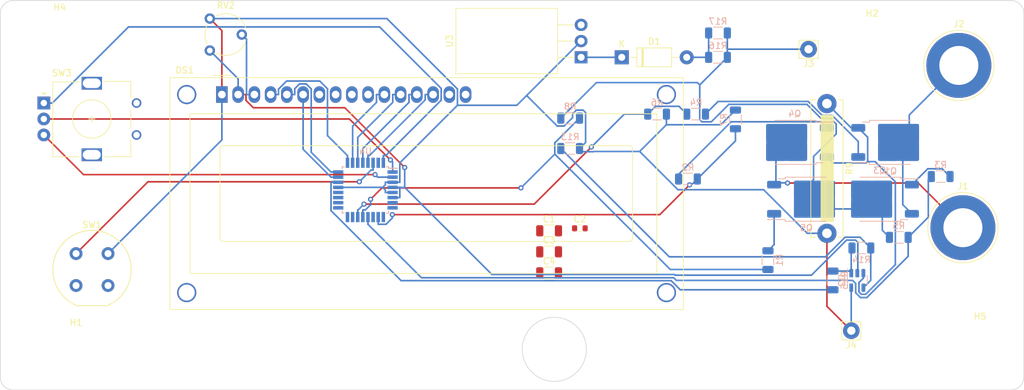
<source format=kicad_pcb>
(kicad_pcb (version 20221018) (generator pcbnew)
  (layers (0 "F.Cu" signal) (31 "B.Cu" signal) (34 "B.Paste" user) (35 "F.Paste" user) (36 "B.SilkS" user "B.Silkscreen") (37 "F.SilkS" user "F.Silkscreen") (38 "B.Mask" user) (39 "F.Mask" user) (44 "Edge.Cuts" user))
  (net 0 "")
  (net 1 "Net-(D1-K)")
  (net 2 "Net-(D1-A)")
  (net 3 "GND")
  (net 4 "VCC")
  (net 5 "Net-(DS1-VO)")
  (net 12 "Net-(Q1-G)")
  (net 13 "Net-(Q1-S)")
  (net 14 "Net-(Q3-G)")
  (net 15 "VDD")
  (net 16 "Net-(R14-Pad1)")
  (net 17 "Net-(U2--)")
  (net 18 "Net-(U3-VO)")
  (net 21 "Net-(U4-PD6)")
  (net 22 "Net-(U4-PB1)")
  (net 25 "Ismooth")
  (net 26 "/LCD.RS")
  (net 27 "/LCD.R{slash}~{W}")
  (net 28 "/LCD.E")
  (net 29 "/LCD.D4")
  (net 30 "/LCD.D5")
  (net 31 "/LCD.D6")
  (net 32 "/LCD.D7")
  (net 33 "Net-(J1-Pin_1)")
  (net 34 "Net-(J2-Pin_1)")
  (net 35 "Net-(U4-PB0)")
  (net 36 "Net-(U4-PB2)")
  (net 37 "Net-(U4-PD0)")
  (net 38 "Net-(U4-PD3)")
  (net 39 "Net-(U4-PD4)")
  (net 40 "Net-(U4-PD5)")
  (net 41 "Net-(U4-PD7)")
  (net 42 "Net-(U4-PD2)")
  (net 43 "Net-(Q5-G)")
  (net 44 "Net-(Q4-G)")
  (net 45 "Net-(J5-MISO)")
  (net 46 "Net-(J5-MOSI)")
  (net 47 "Net-(J5-SCK)")
  (footprint "Display:WC1602A" (layer "F.Cu") (at 102.8905 84.9593)
    (fp_text reference "DS1")
    (fp_text value "WC1602A")
  )
  (footprint "Resistor_SMD:R_0603_1608Metric" (layer "F.Cu") (at 158.86 105.9)
    (fp_text reference "C2")
    (fp_text value "C")
  )
  (footprint "MountingHole:MountingHole_3.2mm_M3" (layer "F.Cu") (at 204.54 76.46)
    (fp_text reference "H2")
    (fp_text value "MountingHole")
  )
  (footprint "Resistor_SMD:R_1206_3216Metric" (layer "F.Cu") (at 154.05 112.87)
    (fp_text reference "C4")
    (fp_text value "10u")
  )
  (footprint "Connector_Pin:Pin_D1.3mm_L11.3mm_W2.8mm_Flat" (layer "F.Cu") (at 194.615 77.86)
    (fp_text reference "J3")
    (fp_text value "Screw_Terminal_01x01")
  )
  (footprint "Diode_THT:D_DO-41_SOD81_P10.16mm_Horizontal" (layer "F.Cu") (at 165.405 79.13)
    (fp_text reference "D1")
    (fp_text value "1N4007")
  )
  (footprint "MountingHole:MountingHole_3.2mm_M3" (layer "F.Cu") (at 221.44 123.89)
    (fp_text reference "H5")
    (fp_text value "MountingHole")
  )
  (footprint "Potentiometer_THT:Potentiometer_Piher_PT-6-V_Vertical" (layer "F.Cu") (at 101.005 78.065)
    (fp_text reference "RV2")
    (fp_text value "R_Potentiometer")
  )
  (footprint "Resistor_SMD:R_1206_3216Metric" (layer "F.Cu") (at 154.05 106.29)
    (fp_text reference "C1")
    (fp_text value "10u")
  )
  (footprint "MountingHole:MountingHole_3.2mm_M3" (layer "F.Cu") (at 77.52 75.5)
    (fp_text reference "H4")
    (fp_text value "MountingHole")
  )
  (footprint "Connector_Pin:Pin_D1.3mm_L11.3mm_W2.8mm_Flat" (layer "F.Cu") (at 201.295 121.92)
    (fp_text reference "J4")
    (fp_text value "Screw_Terminal_01x01")
  )
  (footprint "Button_Switch_THT:Push_E-Switch_KS01Q01" (layer "F.Cu") (at 80.09 109.855)
    (fp_text reference "SW1")
    (fp_text value "SW_Push")
  )
  (footprint "Resistor_THT:R_Bare_Metal_Element_L21.3mm_W4.8mm_P20.30mm" (layer "F.Cu") (at 197.485 86.38 -90)
    (fp_text reference "R9")
    (fp_text value " 0.01 5W")
  )
  (footprint "Package_TO_SOT_THT:TO-220-3_Horizontal_TabDown" (layer "F.Cu") (at 159.055 79.13 90)
    (fp_text reference "U3")
    (fp_text value "LM7805_TO220")
  )
  (footprint "pulsegem:Banana_Jack_1Pin" (layer "F.Cu") (at 218.11 80.4)
    (fp_text reference "J2")
    (fp_text value "Screw_Terminal_01x01")
  )
  (footprint "Resistor_SMD:R_1206_3216Metric" (layer "F.Cu") (at 154.05 109.58)
    (fp_text reference "C3")
    (fp_text value "10u")
  )
  (footprint "MountingHole:MountingHole_3.2mm_M3" (layer "F.Cu") (at 80.09 124.86)
    (fp_text reference "H1")
    (fp_text value "MountingHole")
  )
  (footprint "Rotary_Encoder:RotaryEncoder_Alps_EC11E_Vertical_H20mm" (layer "F.Cu") (at 75.05 86.285)
    (fp_text reference "SW3")
    (fp_text value "RotaryEncoder_Switch")
  )
  (footprint "pulsegem:Banana_Jack_1Pin" (layer "F.Cu") (at 218.745 105.8)
    (fp_text reference "J1")
    (fp_text value "Screw_Terminal_01x01")
  )
  (footprint "Package_TO_SOT_SMD:TO-252-2" (layer "B.Cu") (at 194.27 101.34)
    (fp_text reference "Q5")
    (fp_text value "QM6015D")
  )
  (footprint "Resistor_SMD:R_1206_3216Metric" (layer "B.Cu") (at 170.9275 88.02 180)
    (fp_text reference "R6")
    (fp_text value "10k")
  )
  (footprint "Package_TO_SOT_SMD:TO-252-2" (layer "B.Cu") (at 207.425 92.45)
    (fp_text reference "Q1")
    (fp_text value "QM6006D")
  )
  (footprint "Resistor_SMD:R_1206_3216Metric" (layer "B.Cu") (at 202.87 108.975)
    (fp_text reference "R14")
    (fp_text value "100k")
  )
  (footprint "Resistor_SMD:R_1206_3216Metric" (layer "B.Cu") (at 180.4525 75.32 180)
    (fp_text reference "R17")
    (fp_text value "R")
  )
  (footprint "Resistor_SMD:R_1206_3216Metric" (layer "B.Cu") (at 188.265 110.88 90)
    (fp_text reference "R1")
    (fp_text value "22")
  )
  (footprint "Resistor_SMD:R_1206_3216Metric" (layer "B.Cu") (at 177.0275 88.02 180)
    (fp_text reference "R4")
    (fp_text value "22")
  )
  (footprint "Resistor_SMD:R_1206_3216Metric" (layer "B.Cu") (at 183.185 88.8475 -90)
    (fp_text reference "R7")
    (fp_text value "10k")
  )
  (footprint "Resistor_SMD:R_1206_3216Metric" (layer "B.Cu") (at 180.4525 79.13 180)
    (fp_text reference "R16")
    (fp_text value "R")
  )
  (footprint "Resistor_SMD:R_1206_3216Metric" (layer "B.Cu") (at 157.3425 88.655 180)
    (fp_text reference "R8")
    (fp_text value "10k")
  )
  (footprint "Resistor_SMD:R_1206_3216Metric" (layer "B.Cu") (at 175.7575 98.18 180)
    (fp_text reference "R2")
    (fp_text value "22")
  )
  (footprint "Resistor_SMD:R_1206_3216Metric" (layer "B.Cu") (at 157.3425 93.405 180)
    (fp_text reference "R13")
    (fp_text value "1k")
  )
  (footprint "Resistor_SMD:R_1206_3216Metric" (layer "B.Cu") (at 208.7225 107.315 180)
    (fp_text reference "R5")
    (fp_text value "10k")
  )
  (footprint "Package_QFP:TQFP-32_7x7mm_P0.8mm" (layer "B.Cu") (at 125.33 99.89 180)
    (fp_text reference "U4")
    (fp_text value "ATmega328-A")
  )
  (footprint "Resistor_SMD:R_1206_3216Metric" (layer "B.Cu") (at 198.425 114.055 90)
    (fp_text reference "R15")
    (fp_text value "1k")
  )
  (footprint "Resistor_SMD:R_1206_3216Metric" (layer "B.Cu") (at 215.265 97.79 180)
    (fp_text reference "R3")
    (fp_text value "22")
  )
  (footprint "Package_TO_SOT_SMD:SOT-23-5" (layer "B.Cu") (at 202.235 114.055 -90)
    (fp_text reference "U2")
    (fp_text value "MCP6001R")
  )
  (footprint "Package_TO_SOT_SMD:TO-252-2" (layer "B.Cu") (at 192.445 92.45 180)
    (fp_text reference "Q4")
    (fp_text value "QM6006D")
  )
  (footprint "Package_TO_SOT_SMD:TO-252-2" (layer "B.Cu") (at 205.73 101.34 180)
    (fp_text reference "Q3")
    (fp_text value "QM6015D")
  )
  (gr_line (start 226.27 131.2) (end 70.25 131.2) (stroke (width 0.1)) (layer "Edge.Cuts"))
  (gr_circle (center 154.864 124.85) (end 159.182 122.31) (stroke (width 0.1)) (fill none) (layer "Edge.Cuts"))
  (gr_arc (start 226.27 70.24) (mid 227.684214 70.825786) (end 228.27 72.24) (stroke (width 0.1)) (layer "Edge.Cuts"))
  (gr_arc (start 228.27 129.2) (mid 227.684214 130.614214) (end 226.27 131.2) (stroke (width 0.1)) (layer "Edge.Cuts"))
  (gr_arc (start 68.25 72.24) (mid 68.835786 70.825786) (end 70.25 70.24) (stroke (width 0.1)) (layer "Edge.Cuts"))
  (gr_line (start 70.25 70.24) (end 226.27 70.24) (stroke (width 0.1)) (layer "Edge.Cuts"))
  (gr_line (start 68.25 129.2) (end 68.25 72.24) (stroke (width 0.1)) (layer "Edge.Cuts"))
  (gr_line (start 228.27 72.24) (end 228.27 129.2) (stroke (width 0.1)) (layer "Edge.Cuts"))
  (gr_arc (start 70.25 131.2) (mid 68.835786 130.614214) (end 68.25 129.2) (stroke (width 0.1)) (layer "Edge.Cuts"))
  (segment (start 159.055 79.13) (end 165.405 79.13) (width 0.25) (layer "B.Cu") (net 1))
  (segment (start 178.99 79.13) (end 178.99 75.32) (width 0.25) (layer "B.Cu") (net 2))
  (segment (start 175.565 79.13) (end 176.9919 79.13) (width 0.25) (layer "B.Cu") (net 2))
  (segment (start 178.99 79.13) (end 176.9919 79.13) (width 0.25) (layer "B.Cu") (net 2))
  (segment (start 102.8905 74.9505) (end 101.005 73.065) (width 0.25) (layer "F.Cu") (net 3))
  (segment (start 201.295 121.92) (end 197.485 118.11) (width 0.25) (layer "F.Cu") (net 3))
  (segment (start 102.8905 84.9593) (end 102.8905 74.9505) (width 0.25) (layer "F.Cu") (net 3))
  (segment (start 197.485 118.11) (end 197.485 106.68) (width 0.25) (layer "F.Cu") (net 3))
  (segment (start 128.0318 99.4886) (end 122.2083 99.4886) (width 0.25) (layer "B.Cu") (net 3))
  (segment (start 174.1911 99.8533) (end 168.2051 93.8672) (width 0.25) (layer "B.Cu") (net 3))
  (segment (start 160.9552 93.9044) (end 159.3044 93.9044) (width 0.25) (layer "B.Cu") (net 3))
  (segment (start 128.0318 99.4886) (end 128.4531 99.9099) (width 0.25) (layer "B.Cu") (net 3))
  (segment (start 129.0166 98.69) (end 129.58 98.69) (width 0.25) (layer "B.Cu") (net 3))
  (segment (start 157.7183 87.9871) (end 158.3088 87.3966) (width 0.25) (layer "B.Cu") (net 3))
  (segment (start 159.754 87.7771) (end 159.754 92.456) (width 0.25) (layer "B.Cu") (net 3))
  (segment (start 168.205 93.8672) (end 160.9924 93.8672) (width 0.25) (layer "B.Cu") (net 3))
  (segment (start 160.9924 93.8672) (end 160.9552 93.9044) (width 0.25) (layer "B.Cu") (net 3))
  (segment (start 128.4531 99.9099) (end 128.4531 100.29) (width 0.25) (layer "B.Cu") (net 3))
  (segment (start 150.5379 85.1071) (end 159.055 76.59) (width 0.25) (layer "B.Cu") (net 3))
  (segment (start 129.58 100.29) (end 128.4531 100.29) (width 0.25) (layer "B.Cu") (net 3))
  (segment (start 159.3044 93.9044) (end 158.805 93.405) (width 0.25) (layer "B.Cu") (net 3))
  (segment (start 172.39 89.6823) (end 180.8877 89.6823) (width 0.25) (layer "B.Cu") (net 3))
  (segment (start 155.3154 89.8846) (end 156.405 89.8846) (width 0.25) (layer "B.Cu") (net 3))
  (segment (start 180.8877 89.6823) (end 183.185 87.385) (width 0.25) (layer "B.Cu") (net 3))
  (segment (start 85.09 109.855) (end 102.8905 92.0545) (width 0.25) (layer "B.Cu") (net 3))
  (segment (start 150.5379 85.1071) (end 155.3154 89.8846) (width 0.25) (layer "B.Cu") (net 3))
  (segment (start 194.4105 106.68) (end 187.5838 99.8533) (width 0.25) (layer "B.Cu") (net 3))
  (segment (start 128.4531 99.0673) (end 128.0318 99.4886) (width 0.25) (layer "B.Cu") (net 3))
  (segment (start 156.405 89.8846) (end 157.7183 88.5713) (width 0.25) (layer "B.Cu") (net 3))
  (segment (start 157.7183 88.5713) (end 157.7183 87.9871) (width 0.25) (layer "B.Cu") (net 3))
  (segment (start 101.005 73.065) (end 128.6921 73.065) (width 0.25) (layer "B.Cu") (net 3))
  (segment (start 149.0057 86.6393) (end 150.5379 85.1071) (width 0.25) (layer "B.Cu") (net 3))
  (segment (start 139.7205 84.0934) (end 139.7205 86.6393) (width 0.25) (layer "B.Cu") (net 3))
  (segment (start 102.8905 92.0545) (end 102.8905 84.9593) (width 0.25) (layer "B.Cu") (net 3))
  (segment (start 168.2051 93.8672) (end 168.205 93.8672) (width 0.25) (layer "B.Cu") (net 3))
  (segment (start 128.6921 73.065) (end 139.7205 84.0934) (width 0.25) (layer "B.Cu") (net 3))
  (segment (start 168.2051 93.8672) (end 172.39 89.6823) (width 0.25) (layer "B.Cu") (net 3))
  (segment (start 159.754 92.456) (end 158.805 93.405) (width 0.25) (layer "B.Cu") (net 3))
  (segment (start 121.08 99.49) (end 122.2069 99.49) (width 0.25) (layer "B.Cu") (net 3))
  (segment (start 197.485 106.68) (end 194.4105 106.68) (width 0.25) (layer "B.Cu") (net 3))
  (segment (start 122.2083 99.4886) (end 122.2069 99.49) (width 0.25) (layer "B.Cu") (net 3))
  (segment (start 139.7205 86.6393) (end 149.0057 86.6393) (width 0.25) (layer "B.Cu") (net 3))
  (segment (start 201.285 115.1925) (end 201.285 121.91) (width 0.25) (layer "B.Cu") (net 3))
  (segment (start 159.3735 87.3966) (end 159.754 87.7771) (width 0.25) (layer "B.Cu") (net 3))
  (segment (start 172.39 89.6823) (end 172.39 88.02) (width 0.25) (layer "B.Cu") (net 3))
  (segment (start 158.3088 87.3966) (end 159.3735 87.3966) (width 0.25) (layer "B.Cu") (net 3))
  (segment (start 130.7069 95.6529) (end 130.7069 98.69) (width 0.25) (layer "B.Cu") (net 3))
  (segment (start 129.58 98.69) (end 130.7069 98.69) (width 0.25) (layer "B.Cu") (net 3))
  (segment (start 128.4531 98.69) (end 128.4531 99.0673) (width 0.25) (layer "B.Cu") (net 3))
  (segment (start 139.7205 86.6393) (end 130.7069 95.6529) (width 0.25) (layer "B.Cu") (net 3))
  (segment (start 201.285 121.91) (end 201.295 121.92) (width 0.25) (layer "B.Cu") (net 3))
  (segment (start 129.0166 98.69) (end 128.4531 98.69) (width 0.25) (layer "B.Cu") (net 3))
  (segment (start 187.5838 99.8533) (end 174.1911 99.8533) (width 0.25) (layer "B.Cu") (net 3))
  (segment (start 105.4305 84.9593) (end 106.6574 84.9593) (width 0.25) (layer "F.Cu") (net 4))
  (segment (start 131.4709 96.3837) (end 122.1072 87.02) (width 0.25) (layer "F.Cu") (net 4))
  (segment (start 107.8097 87.02) (end 106.6574 85.8677) (width 0.25) (layer "F.Cu") (net 4))
  (segment (start 106.6574 85.8677) (end 106.6574 84.9593) (width 0.25) (layer "F.Cu") (net 4))
  (segment (start 122.1072 87.02) (end 107.8097 87.02) (width 0.25) (layer "F.Cu") (net 4))
  (via (at 131.4709 96.3837) (size 0.8) (drill 0.4) (layers "F.Cu" "B.Cu") (net 4))
  (segment (start 195.0609 113.2367) (end 173.7745 113.2367) (width 0.25) (layer "B.Cu") (net 4))
  (segment (start 130.7069 99.4915) (end 130.7054 99.49) (width 0.25) (layer "B.Cu") (net 4))
  (segment (start 173.6703 113.1325) (end 145.1134 113.1325) (width 0.25) (layer "B.Cu") (net 4))
  (segment (start 130.7069 101.09) (end 130.7069 99.4915) (width 0.25) (layer "B.Cu") (net 4))
  (segment (start 201.9586 107.7443) (end 200.5533 107.7443) (width 0.25) (layer "B.Cu") (net 4))
  (segment (start 131.4709 99.49) (end 131.4709 96.3837) (width 0.25) (layer "B.Cu") (net 4))
  (segment (start 173.7745 113.2367) (end 173.6703 113.1325) (width 0.25) (layer "B.Cu") (net 4))
  (segment (start 202.316 112.8365) (end 202.316 108.1017) (width 0.25) (layer "B.Cu") (net 4))
  (segment (start 202.316 108.1017) (end 201.9586 107.7443) (width 0.25) (layer "B.Cu") (net 4))
  (segment (start 101.005 78.065) (end 105.4305 82.4905) (width 0.25) (layer "B.Cu") (net 4))
  (segment (start 200.5533 107.7443) (end 195.0609 113.2367) (width 0.25) (layer "B.Cu") (net 4))
  (segment (start 105.4305 82.4905) (end 105.4305 84.9593) (width 0.25) (layer "B.Cu") (net 4))
  (segment (start 202.235 112.9175) (end 202.316 112.8365) (width 0.25) (layer "B.Cu") (net 4))
  (segment (start 131.4709 99.49) (end 130.7069 99.49) (width 0.25) (layer "B.Cu") (net 4))
  (segment (start 129.58 101.09) (end 130.7069 101.09) (width 0.25) (layer "B.Cu") (net 4))
  (segment (start 145.1134 113.1325) (end 131.4709 99.49) (width 0.25) (layer "B.Cu") (net 4))
  (segment (start 130.7054 99.49) (end 130.7069 99.49) (width 0.25) (layer "B.Cu") (net 4))
  (segment (start 129.58 99.49) (end 130.7054 99.49) (width 0.25) (layer "B.Cu") (net 4))
  (segment (start 106.7436 76.3036) (end 106.7436 84.9593) (width 0.25) (layer "B.Cu") (net 5))
  (segment (start 106.005 75.565) (end 106.7436 76.3036) (width 0.25) (layer "B.Cu") (net 5))
  (segment (start 107.9705 84.9593) (end 106.7436 84.9593) (width 0.25) (layer "B.Cu") (net 5))
  (segment (start 196.742 88.23) (end 198.3092 88.23) (width 0.25) (layer "B.Cu") (net 12))
  (segment (start 178.49 88.02) (end 180.4682 86.0418) (width 0.25) (layer "B.Cu") (net 12))
  (segment (start 198.3092 88.23) (end 202.385 92.3058) (width 0.25) (layer "B.Cu") (net 12))
  (segment (start 194.5538 86.0418) (end 196.742 88.23) (width 0.25) (layer "B.Cu") (net 12))
  (segment (start 202.385 92.3058) (end 202.385 94.73) (width 0.25) (layer "B.Cu") (net 12))
  (segment (start 180.4682 86.0418) (end 194.5538 86.0418) (width 0.25) (layer "B.Cu") (net 12))
  (segment (start 202.4949 114.3847) (end 203.185 113.6946) (width 0.25) (layer "B.Cu") (net 13))
  (segment (start 203.8491 95.4522) (end 203.8491 91.6341) (width 0.25) (layer "B.Cu") (net 13))
  (segment (start 197.485 94.73) (end 198.4244 95.6694) (width 0.25) (layer "B.Cu") (net 13))
  (segment (start 202.4949 115.8446) (end 202.4949 114.3847) (width 0.25) (layer "B.Cu") (net 13))
  (segment (start 208.1844 111.5802) (end 203.5337 116.2309) (width 0.25) (layer "B.Cu") (net 13))
  (segment (start 203.6319 95.6694) (end 203.8491 95.4522) (width 0.25) (layer "B.Cu") (net 13))
  (segment (start 205.0082 95.4522) (end 208.1844 98.6284) (width 0.25) (layer "B.Cu") (net 13))
  (segment (start 202.8812 116.2309) (end 202.4949 115.8446) (width 0.25) (layer "B.Cu") (net 13))
  (segment (start 203.8491 95.4522) (end 205.0082 95.4522) (width 0.25) (layer "B.Cu") (net 13))
  (segment (start 203.185 113.6946) (end 203.185 112.9175) (width 0.25) (layer "B.Cu") (net 13))
  (segment (start 203.5337 116.2309) (end 202.8812 116.2309) (width 0.25) (layer "B.Cu") (net 13))
  (segment (start 203.8491 91.6341) (end 202.385 90.17) (width 0.25) (layer "B.Cu") (net 13))
  (segment (start 208.1844 98.6284) (end 208.1844 111.5802) (width 0.25) (layer "B.Cu") (net 13))
  (segment (start 201.275 90.17) (end 197.485 86.38) (width 0.25) (layer "B.Cu") (net 13))
  (segment (start 198.4244 95.6694) (end 203.6319 95.6694) (width 0.25) (layer "B.Cu") (net 13))
  (segment (start 202.385 90.17) (end 201.275 90.17) (width 0.25) (layer "B.Cu") (net 13))
  (segment (start 216.7275 97.79) (end 215.5177 96.5802) (width 0.25) (layer "B.Cu") (net 14))
  (segment (start 213.2498 96.5802) (end 210.77 99.06) (width 0.25) (layer "B.Cu") (net 14))
  (segment (start 215.5177 96.5802) (end 213.2498 96.5802) (width 0.25) (layer "B.Cu") (net 14))
  (segment (start 198.933 89.5679) (end 198.933 91.117) (width 0.25) (layer "B.Cu") (net 15))
  (segment (start 177.2334 83.0842) (end 161.4508 83.0842) (width 0.25) (layer "B.Cu") (net 15))
  (segment (start 194.3574 86.4937) (end 196.5456 88.6819) (width 0.25) (layer "B.Cu") (net 15))
  (segment (start 177.5971 83.4479) (end 177.5971 88.8877) (width 0.25) (layer "B.Cu") (net 15))
  (segment (start 195.68 101.34) (end 197.205 99.815) (width 0.25) (layer "B.Cu") (net 15))
  (segment (start 204.47 101.34) (end 204.32 101.34) (width 0.25) (layer "B.Cu") (net 15))
  (segment (start 181.915 77.86) (end 181.915 79.13) (width 0.25) (layer "B.Cu") (net 15))
  (segment (start 204.47 101.34) (end 204.62 101.34) (width 0.25) (layer "B.Cu") (net 15))
  (segment (start 195.68 101.34) (end 195.53 101.34) (width 0.25) (layer "B.Cu") (net 15))
  (segment (start 196.5456 88.6819) (end 198.047 88.6819) (width 0.25) (layer "B.Cu") (net 15))
  (segment (start 197.205 102.865) (end 202.795 102.865) (width 0.25) (layer "B.Cu") (net 15))
  (segment (start 204.32 101.34) (end 202.795 99.815) (width 0.25) (layer "B.Cu") (net 15))
  (segment (start 195.395 98.275) (end 193.855 99.815) (width 0.25) (layer "B.Cu") (net 15))
  (segment (start 177.9358 89.2264) (end 179.4154 89.2264) (width 0.25) (layer "B.Cu") (net 15))
  (segment (start 182.1481 86.4937) (end 194.3574 86.4937) (width 0.25) (layer "B.Cu") (net 15))
  (segment (start 198.933 91.117) (end 195.395 94.655) (width 0.25) (layer "B.Cu") (net 15))
  (segment (start 181.915 79.13) (end 177.5971 83.4479) (width 0.25) (layer "B.Cu") (net 15))
  (segment (start 206.145 102.865) (end 204.62 101.34) (width 0.25) (layer "B.Cu") (net 15))
  (segment (start 195.395 94.655) (end 195.395 98.275) (width 0.25) (layer "B.Cu") (net 15))
  (segment (start 181.915 77.86) (end 194.615 77.86) (width 0.25) (layer "B.Cu") (net 15))
  (segment (start 177.5971 88.8877) (end 177.9358 89.2264) (width 0.25) (layer "B.Cu") (net 15))
  (segment (start 181.915 75.32) (end 181.915 77.86) (width 0.25) (layer "B.Cu") (net 15))
  (segment (start 195.38 101.34) (end 193.855 102.865) (width 0.25) (layer "B.Cu") (net 15))
  (segment (start 197.205 102.865) (end 195.68 101.34) (width 0.25) (layer "B.Cu") (net 15))
  (segment (start 161.4508 83.0842) (end 155.88 88.655) (width 0.25) (layer "B.Cu") (net 15))
  (segment (start 177.5971 83.4479) (end 177.2334 83.0842) (width 0.25) (layer "B.Cu") (net 15))
  (segment (start 204.62 101.34) (end 206.145 99.815) (width 0.25) (layer "B.Cu") (net 15))
  (segment (start 195.38 101.34) (end 193.855 99.815) (width 0.25) (layer "B.Cu") (net 15))
  (segment (start 198.047 88.6819) (end 198.933 89.5679) (width 0.25) (layer "B.Cu") (net 15))
  (segment (start 195.53 101.34) (end 195.38 101.34) (width 0.25) (layer "B.Cu") (net 15))
  (segment (start 179.4154 89.2264) (end 182.1481 86.4937) (width 0.25) (layer "B.Cu") (net 15))
  (segment (start 207.26 107.315) (end 206.145 106.2) (width 0.25) (layer "B.Cu") (net 15))
  (segment (start 202.795 102.865) (end 204.32 101.34) (width 0.25) (layer "B.Cu") (net 15))
  (segment (start 206.145 106.2) (end 206.145 102.865) (width 0.25) (layer "B.Cu") (net 15))
  (segment (start 201.285 112.5925) (end 201.285 109.0975) (width 0.25) (layer "B.Cu") (net 16))
  (segment (start 201.285 112.9175) (end 201.285 112.5925) (width 0.25) (layer "B.Cu") (net 16))
  (segment (start 201.285 109.0975) (end 201.4075 108.975) (width 0.25) (layer "B.Cu") (net 16))
  (segment (start 201.285 112.5925) (end 198.425 112.5925) (width 0.25) (layer "B.Cu") (net 16))
  (segment (start 204.3325 114.045) (end 204.3325 108.975) (width 0.25) (layer "B.Cu") (net 17))
  (segment (start 204.3325 108.975) (end 202.6499 107.2924) (width 0.25) (layer "B.Cu") (net 17))
  (segment (start 172.8341 110.3591) (end 155.88 93.405) (width 0.25) (layer "B.Cu") (net 17))
  (segment (start 202.6499 107.2924) (end 200.3283 107.2924) (width 0.25) (layer "B.Cu") (net 17))
  (segment (start 200.3283 107.2924) (end 197.2616 110.3591) (width 0.25) (layer "B.Cu") (net 17))
  (segment (start 197.2616 110.3591) (end 172.8341 110.3591) (width 0.25) (layer "B.Cu") (net 17))
  (segment (start 203.185 115.1925) (end 204.3325 114.045) (width 0.25) (layer "B.Cu") (net 17))
  (segment (start 129.5407 103.7537) (end 171.356 103.7537) (width 0.25) (layer "F.Cu") (net 21))
  (segment (start 171.356 103.7537) (end 176.0076 99.1021) (width 0.25) (layer "F.Cu") (net 21))
  (via (at 176.0076 99.1021) (size 0.8) (drill 0.4) (layers "F.Cu" "B.Cu") (net 21))
  (via (at 129.5407 103.7537) (size 0.8) (drill 0.4) (layers "F.Cu" "B.Cu") (net 21))
  (segment (start 127.33 104.14) (end 127.33 105.2669) (width 0.25) (layer "B.Cu") (net 21))
  (segment (start 176.2979 99.1021) (end 176.0076 99.1021) (width 0.25) (layer "B.Cu") (net 21))
  (segment (start 183.185 92.215) (end 177.22 98.18) (width 0.25) (layer "B.Cu") (net 21))
  (segment (start 129.5407 104.2797) (end 129.5407 103.7537) (width 0.25) (layer "B.Cu") (net 21))
  (segment (start 128.5535 105.2669) (end 129.5407 104.2797) (width 0.25) (layer "B.Cu") (net 21))
  (segment (start 127.33 105.2669) (end 128.5535 105.2669) (width 0.25) (layer "B.Cu") (net 21))
  (segment (start 183.185 90.31) (end 183.185 92.215) (width 0.25) (layer "B.Cu") (net 21))
  (segment (start 177.22 98.18) (end 176.2979 99.1021) (width 0.25) (layer "B.Cu") (net 21))
  (segment (start 127.9202 99.57) (end 149.6478 99.57) (width 0.25) (layer "F.Cu") (net 22))
  (segment (start 126.1397 101.3505) (end 127.9202 99.57) (width 0.25) (layer "F.Cu") (net 22))
  (via (at 126.1397 101.3505) (size 0.8) (drill 0.4) (layers "F.Cu" "B.Cu") (net 22))
  (via (at 149.6478 99.57) (size 0.8) (drill 0.4) (layers "F.Cu" "B.Cu") (net 22))
  (segment (start 188.265 112.3425) (end 172.9951 112.3425) (width 0.25) (layer "B.Cu") (net 22))
  (segment (start 126.1397 102.2046) (end 126.1397 101.3505) (width 0.25) (layer "B.Cu") (net 22))
  (segment (start 125.3312 103.0131) (end 126.1397 102.2046) (width 0.25) (layer "B.Cu") (net 22))
  (segment (start 172.9951 112.3425) (end 154.9352 94.2826) (width 0.25) (layer "B.Cu") (net 22))
  (segment (start 124.93 103.0131) (end 125.3312 103.0131) (width 0.25) (layer "B.Cu") (net 22))
  (segment (start 154.9352 92.5248) (end 158.805 88.655) (width 0.25) (layer "B.Cu") (net 22))
  (segment (start 154.9352 94.2826) (end 154.9352 92.5248) (width 0.25) (layer "B.Cu") (net 22))
  (segment (start 124.93 104.14) (end 124.93 103.0131) (width 0.25) (layer "B.Cu") (net 22))
  (segment (start 149.6478 99.57) (end 154.9352 94.2826) (width 0.25) (layer "B.Cu") (net 22))
  (segment (start 173.1259 114.0914) (end 174.552 115.5175) (width 0.25) (layer "B.Cu") (net 25))
  (segment (start 174.552 115.5175) (end 198.425 115.5175) (width 0.25) (layer "B.Cu") (net 25))
  (segment (start 130.9117 114.0914) (end 173.1259 114.0914) (width 0.25) (layer "B.Cu") (net 25))
  (segment (start 119.9531 98.69) (end 119.9531 103.1328) (width 0.25) (layer "B.Cu") (net 25))
  (segment (start 121.08 98.69) (end 119.9531 98.69) (width 0.25) (layer "B.Cu") (net 25))
  (segment (start 119.9531 103.1328) (end 130.9117 114.0914) (width 0.25) (layer "B.Cu") (net 25))
  (segment (start 111.7374 84.1158) (end 113.012 82.8412) (width 0.25) (layer "B.Cu") (net 26))
  (segment (start 113.012 82.8412) (end 118.1884 82.8412) (width 0.25) (layer "B.Cu") (net 26))
  (segment (start 111.7374 84.9593) (end 111.7374 84.1158) (width 0.25) (layer "B.Cu") (net 26))
  (segment (start 118.1884 82.8412) (end 119.4005 84.0533) (width 0.25) (layer "B.Cu") (net 26))
  (segment (start 119.4005 91.3836) (end 122.53 94.5131) (width 0.25) (layer "B.Cu") (net 26))
  (segment (start 119.4005 84.0533) (end 119.4005 91.3836) (width 0.25) (layer "B.Cu") (net 26))
  (segment (start 122.53 95.64) (end 122.53 94.5131) (width 0.25) (layer "B.Cu") (net 26))
  (segment (start 110.5105 84.9593) (end 111.7374 84.9593) (width 0.25) (layer "B.Cu") (net 26))
  (segment (start 116.8605 84.0735) (end 116.0816 83.2946) (width 0.25) (layer "B.Cu") (net 27))
  (segment (start 119.9531 97.09) (end 116.8605 93.9974) (width 0.25) (layer "B.Cu") (net 27))
  (segment (start 114.2774 84.0509) (end 114.2774 84.9593) (width 0.25) (layer "B.Cu") (net 27))
  (segment (start 115.0337 83.2946) (end 114.2774 84.0509) (width 0.25) (layer "B.Cu") (net 27))
  (segment (start 116.0816 83.2946) (end 115.0337 83.2946) (width 0.25) (layer "B.Cu") (net 27))
  (segment (start 116.8605 93.9974) (end 116.8605 84.0735) (width 0.25) (layer "B.Cu") (net 27))
  (segment (start 121.08 97.09) (end 119.9531 97.09) (width 0.25) (layer "B.Cu") (net 27))
  (segment (start 113.0505 84.9593) (end 114.2774 84.9593) (width 0.25) (layer "B.Cu") (net 27))
  (segment (start 119.9531 97.89) (end 115.5905 93.5274) (width 0.25) (layer "B.Cu") (net 28))
  (segment (start 115.5905 93.5274) (end 115.5905 84.9593) (width 0.25) (layer "B.Cu") (net 28))
  (segment (start 121.08 97.89) (end 119.9531 97.89) (width 0.25) (layer "B.Cu") (net 28))
  (segment (start 128.2905 84.9593) (end 127.0636 84.9593) (width 0.25) (layer "B.Cu") (net 29))
  (segment (start 123.33 89.9198) (end 127.0636 86.1862) (width 0.25) (layer "B.Cu") (net 29))
  (segment (start 127.0636 86.1862) (end 127.0636 84.9593) (width 0.25) (layer "B.Cu") (net 29))
  (segment (start 123.33 95.64) (end 123.33 89.9198) (width 0.25) (layer "B.Cu") (net 29))
  (segment (start 124.13 91.6598) (end 129.6036 86.1862) (width 0.25) (layer "B.Cu") (net 30))
  (segment (start 130.8305 84.9593) (end 129.6036 84.9593) (width 0.25) (layer "B.Cu") (net 30))
  (segment (start 129.6036 86.1862) (end 129.6036 84.9593) (width 0.25) (layer "B.Cu") (net 30))
  (segment (start 124.13 95.64) (end 124.13 91.6598) (width 0.25) (layer "B.Cu") (net 30))
  (segment (start 124.93 93.3998) (end 132.1436 86.1862) (width 0.25) (layer "B.Cu") (net 31))
  (segment (start 124.93 95.64) (end 124.93 93.3998) (width 0.25) (layer "B.Cu") (net 31))
  (segment (start 132.1436 86.1862) (end 132.1436 84.9593) (width 0.25) (layer "B.Cu") (net 31))
  (segment (start 133.3705 84.9593) (end 132.1436 84.9593) (width 0.25) (layer "B.Cu") (net 31))
  (segment (start 135.9105 84.9593) (end 134.6836 84.9593) (width 0.25) (layer "B.Cu") (net 32))
  (segment (start 125.73 94.5131) (end 125.9612 94.5131) (width 0.25) (layer "B.Cu") (net 32))
  (segment (start 134.6836 85.7907) (end 134.6836 84.9593) (width 0.25) (layer "B.Cu") (net 32))
  (segment (start 125.9612 94.5131) (end 134.6836 85.7907) (width 0.25) (layer "B.Cu") (net 32))
  (segment (start 125.73 95.64) (end 125.73 94.5131) (width 0.25) (layer "B.Cu") (net 32))
  (segment (start 191.3301 98.8087) (end 211.7537 98.8087) (width 0.25) (layer "F.Cu") (net 33))
  (segment (start 211.7537 98.8087) (end 218.745 105.8) (width 0.25) (layer "F.Cu") (net 33))
  (via (at 191.3301 98.8087) (size 0.8) (drill 0.4) (layers "F.Cu" "B.Cu") (net 33))
  (segment (start 191.035 92.45) (end 189.51 93.975) (width 0.25) (layer "B.Cu") (net 33))
  (segment (start 191.335 92.45) (end 192.86 90.925) (width 0.25) (layer "B.Cu") (net 33))
  (segment (start 191.335 92.45) (end 192.86 93.975) (width 0.25) (layer "B.Cu") (net 33))
  (segment (start 189.51 98.78) (end 191.3014 98.78) (width 0.25) (layer "B.Cu") (net 33))
  (segment (start 189.51 90.925) (end 191.035 92.45) (width 0.25) (layer "B.Cu") (net 33))
  (segment (start 191.185 92.45) (end 191.335 92.45) (width 0.25) (layer "B.Cu") (net 33))
  (segment (start 189.51 93.975) (end 189.51 98.78) (width 0.25) (layer "B.Cu") (net 33))
  (segment (start 191.3014 98.78) (end 191.3301 98.8087) (width 0.25) (layer "B.Cu") (net 33))
  (segment (start 191.035 92.45) (end 191.185 92.45) (width 0.25) (layer "B.Cu") (net 33))
  (segment (start 189.51 98.78) (end 189.23 99.06) (width 0.25) (layer "B.Cu") (net 33))
  (segment (start 210.285 94.05) (end 208.76 92.525) (width 0.25) (layer "B.Cu") (net 34))
  (segment (start 210.285 94.05) (end 210.36 93.975) (width 0.25) (layer "B.Cu") (net 34))
  (segment (start 218.11 80.4) (end 210.36 88.15) (width 0.25) (layer "B.Cu") (net 34))
  (segment (start 210.36 90.925) (end 208.76 92.525) (width 0.25) (layer "B.Cu") (net 34))
  (segment (start 209.3413 102.1913) (end 209.3413 94.9937) (width 0.25) (layer "B.Cu") (net 34))
  (segment (start 207.01 90.925) (end 208.535 92.45) (width 0.25) (layer "B.Cu") (net 34))
  (segment (start 208.685 92.45) (end 208.535 92.45) (width 0.25) (layer "B.Cu") (net 34))
  (segment (start 210.36 88.15) (end 210.36 90.925) (width 0.25) (layer "B.Cu") (net 34))
  (segment (start 208.76 92.525) (end 208.685 92.45) (width 0.25) (layer "B.Cu") (net 34))
  (segment (start 210.77 103.62) (end 209.3413 102.1913) (width 0.25) (layer "B.Cu") (net 34))
  (segment (start 208.535 92.45) (end 207.01 93.975) (width 0.25) (layer "B.Cu") (net 34))
  (segment (start 209.3413 94.9937) (end 210.285 94.05) (width 0.25) (layer "B.Cu") (net 34))
  (segment (start 213.3381 98.2544) (end 213.3381 104.1619) (width 0.25) (layer "B.Cu") (net 35))
  (segment (start 203.7222 116.7387) (end 210.185 110.2759) (width 0.25) (layer "B.Cu") (net 35))
  (segment (start 201.9778 114.5301) (end 201.9778 115.9851) (width 0.25) (layer "B.Cu") (net 35))
  (segment (start 201.9778 115.9851) (end 202.7314 116.7387) (width 0.25) (layer "B.Cu") (net 35))
  (segment (start 125.73 105.2669) (end 134.1011 113.638) (width 0.25) (layer "B.Cu") (net 35))
  (segment (start 202.7314 116.7387) (end 203.7222 116.7387) (width 0.25) (layer "B.Cu") (net 35))
  (segment (start 173.5366 113.638) (end 173.9536 114.055) (width 0.25) (layer "B.Cu") (net 35))
  (segment (start 213.3381 104.1619) (end 210.185 107.315) (width 0.25) (layer "B.Cu") (net 35))
  (segment (start 210.185 110.2759) (end 210.185 107.315) (width 0.25) (layer "B.Cu") (net 35))
  (segment (start 134.1011 113.638) (end 173.5366 113.638) (width 0.25) (layer "B.Cu") (net 35))
  (segment (start 173.9536 114.055) (end 201.5027 114.055) (width 0.25) (layer "B.Cu") (net 35))
  (segment (start 125.73 104.14) (end 125.73 105.2669) (width 0.25) (layer "B.Cu") (net 35))
  (segment (start 213.8025 97.79) (end 213.3381 98.2544) (width 0.25) (layer "B.Cu") (net 35))
  (segment (start 201.5027 114.055) (end 201.9778 114.5301) (width 0.25) (layer "B.Cu") (net 35))
  (segment (start 160.6541 93.1775) (end 151.7256 102.106) (width 0.25) (layer "F.Cu") (net 36))
  (segment (start 151.7256 102.106) (end 125.1108 102.106) (width 0.25) (layer "F.Cu") (net 36))
  (via (at 125.1108 102.106) (size 0.8) (drill 0.4) (layers "F.Cu" "B.Cu") (net 36))
  (via (at 160.6541 93.1775) (size 0.8) (drill 0.4) (layers "F.Cu" "B.Cu") (net 36))
  (segment (start 124.13 103.0131) (end 124.2037 103.0131) (width 0.25) (layer "B.Cu") (net 36))
  (segment (start 124.13 104.14) (end 124.13 103.0131) (width 0.25) (layer "B.Cu") (net 36))
  (segment (start 165.8116 88.02) (end 169.465 88.02) (width 0.25) (layer "B.Cu") (net 36))
  (segment (start 169.465 88.02) (end 170.6833 86.8017) (width 0.25) (layer "B.Cu") (net 36))
  (segment (start 160.6541 93.1775) (end 165.8116 88.02) (width 0.25) (layer "B.Cu") (net 36))
  (segment (start 124.2037 103.0131) (end 125.1108 102.106) (width 0.25) (layer "B.Cu") (net 36))
  (segment (start 174.3467 86.8017) (end 175.565 88.02) (width 0.25) (layer "B.Cu") (net 36))
  (segment (start 170.6833 86.8017) (end 174.3467 86.8017) (width 0.25) (layer "B.Cu") (net 36))
  (segment (start 80.09 109.855) (end 91.3336 98.6114) (width 0.25) (layer "F.Cu") (net 37))
  (segment (start 91.3336 98.6114) (end 124.3789 98.6114) (width 0.25) (layer "F.Cu") (net 37))
  (via (at 124.3789 98.6114) (size 0.8) (drill 0.4) (layers "F.Cu" "B.Cu") (net 37))
  (segment (start 126.53 95.64) (end 126.53 96.7669) (width 0.25) (layer "B.Cu") (net 37))
  (segment (start 126.53 96.7669) (end 126.2234 96.7669) (width 0.25) (layer "B.Cu") (net 37))
  (segment (start 126.2234 96.7669) (end 124.3789 98.6114) (width 0.25) (layer "B.Cu") (net 37))
  (segment (start 75.05 88.785) (end 122.8275 88.785) (width 0.25) (layer "F.Cu") (net 38))
  (segment (start 122.8275 88.785) (end 129.2405 95.198) (width 0.25) (layer "F.Cu") (net 38))
  (via (at 129.2405 95.198) (size 0.8) (drill 0.4) (layers "F.Cu" "B.Cu") (net 38))
  (segment (start 129.58 95.5375) (end 129.2405 95.198) (width 0.25) (layer "B.Cu") (net 38))
  (segment (start 129.58 97.09) (end 129.58 95.5375) (width 0.25) (layer "B.Cu") (net 38))
  (segment (start 81.2554 97.4904) (end 75.05 91.285) (width 0.25) (layer "F.Cu") (net 39))
  (segment (start 126.8378 97.4904) (end 81.2554 97.4904) (width 0.25) (layer "F.Cu") (net 39))
  (via (at 126.8378 97.4904) (size 0.8) (drill 0.4) (layers "F.Cu" "B.Cu") (net 39))
  (segment (start 127.2374 97.89) (end 126.8378 97.4904) (width 0.25) (layer "B.Cu") (net 39))
  (segment (start 129.58 97.89) (end 127.2374 97.89) (width 0.25) (layer "B.Cu") (net 39))
  (segment (start 88.2909 74.371) (end 76.3769 86.285) (width 0.25) (layer "B.Cu") (net 42))
  (segment (start 128.13 95.64) (end 128.13 94.5131) (width 0.25) (layer "B.Cu") (net 42))
  (segment (start 128.5062 94.5131) (end 137.1805 85.8388) (width 0.25) (layer "B.Cu") (net 42))
  (segment (start 75.05 86.285) (end 76.3769 86.285) (width 0.25) (layer "B.Cu") (net 42))
  (segment (start 137.1805 84.0042) (end 127.5473 74.371) (width 0.25) (layer "B.Cu") (net 42))
  (segment (start 137.1805 85.8388) (end 137.1805 84.0042) (width 0.25) (layer "B.Cu") (net 42))
  (segment (start 127.5473 74.371) (end 88.2909 74.371) (width 0.25) (layer "B.Cu") (net 42))
  (segment (start 128.13 94.5131) (end 128.5062 94.5131) (width 0.25) (layer "B.Cu") (net 42))
  (segment (start 189.23 108.4525) (end 189.23 103.62) (width 0.25) (layer "B.Cu") (net 43))
  (segment (start 188.265 109.4175) (end 189.23 108.4525) (width 0.25) (layer "B.Cu") (net 43))
  (segment (start 196.5352 89.2202) (end 197.485 90.17) (width 0.25) (layer "B.Cu") (net 44))
  (segment (start 174.295 97.4406) (end 182.5154 89.2202) (width 0.25) (layer "B.Cu") (net 44))
  (segment (start 182.5154 89.2202) (end 196.5352 89.2202) (width 0.25) (layer "B.Cu") (net 44))
  (segment (start 174.295 98.18) (end 174.295 97.4406) (width 0.25) (layer "B.Cu") (net 44))
)
</source>
